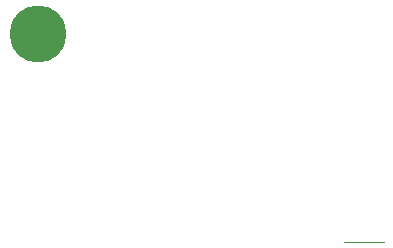
<source format=gbr>
G04 ===== Begin FILE IDENTIFICATION =====*
G04 File Format:  Gerber RS274X*
G04 ===== End FILE IDENTIFICATION =====*
%FSLAX24Y24*%
%MOIN*%
%SFA1.0B1.0*%
%OFA0.0B0.0*%
%ADD14C,0.190000*%
%ADD15C,0.000984*%
%LNhole*%
%IPPOS*%
%LPD*%
G75*
D14*
X9290Y39D03*
D03*
D15*
G01X20815Y-6882D02*
G01X19492D01*
M02*


</source>
